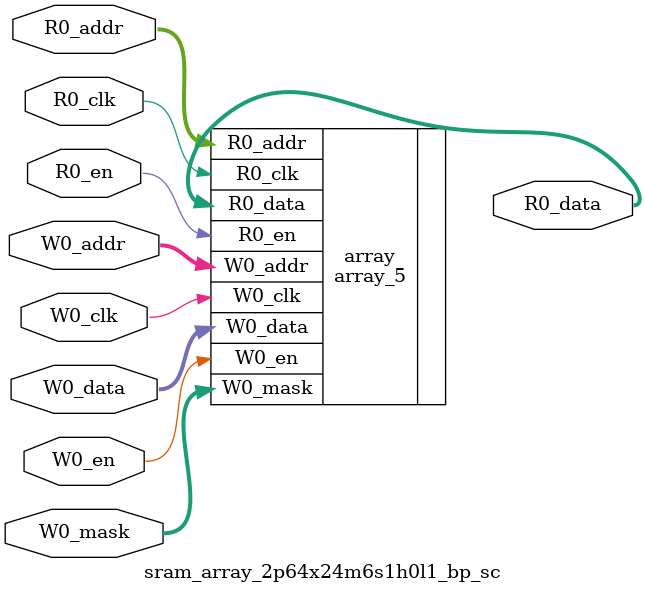
<source format=sv>
`ifndef RANDOMIZE
  `ifdef RANDOMIZE_MEM_INIT
    `define RANDOMIZE
  `endif // RANDOMIZE_MEM_INIT
`endif // not def RANDOMIZE
`ifndef RANDOMIZE
  `ifdef RANDOMIZE_REG_INIT
    `define RANDOMIZE
  `endif // RANDOMIZE_REG_INIT
`endif // not def RANDOMIZE

`ifndef RANDOM
  `define RANDOM $random
`endif // not def RANDOM

// Users can define INIT_RANDOM as general code that gets injected into the
// initializer block for modules with registers.
`ifndef INIT_RANDOM
  `define INIT_RANDOM
`endif // not def INIT_RANDOM

// If using random initialization, you can also define RANDOMIZE_DELAY to
// customize the delay used, otherwise 0.002 is used.
`ifndef RANDOMIZE_DELAY
  `define RANDOMIZE_DELAY 0.002
`endif // not def RANDOMIZE_DELAY

// Define INIT_RANDOM_PROLOG_ for use in our modules below.
`ifndef INIT_RANDOM_PROLOG_
  `ifdef RANDOMIZE
    `ifdef VERILATOR
      `define INIT_RANDOM_PROLOG_ `INIT_RANDOM
    `else  // VERILATOR
      `define INIT_RANDOM_PROLOG_ `INIT_RANDOM #`RANDOMIZE_DELAY begin end
    `endif // VERILATOR
  `else  // RANDOMIZE
    `define INIT_RANDOM_PROLOG_
  `endif // RANDOMIZE
`endif // not def INIT_RANDOM_PROLOG_

// Include register initializers in init blocks unless synthesis is set
`ifndef SYNTHESIS
  `ifndef ENABLE_INITIAL_REG_
    `define ENABLE_INITIAL_REG_
  `endif // not def ENABLE_INITIAL_REG_
`endif // not def SYNTHESIS

// Include rmemory initializers in init blocks unless synthesis is set
`ifndef SYNTHESIS
  `ifndef ENABLE_INITIAL_MEM_
    `define ENABLE_INITIAL_MEM_
  `endif // not def ENABLE_INITIAL_MEM_
`endif // not def SYNTHESIS

module sram_array_2p64x24m6s1h0l1_bp_sc(
  input         R0_clk,
  input  [5:0]  R0_addr,
  input         R0_en,
  output [23:0] R0_data,
  input         W0_clk,
  input  [5:0]  W0_addr,
  input         W0_en,
  input  [23:0] W0_data,
  input  [3:0]  W0_mask
);

  array_5 array (
    .R0_addr (R0_addr),
    .R0_en   (R0_en),
    .R0_clk  (R0_clk),
    .R0_data (R0_data),
    .W0_addr (W0_addr),
    .W0_en   (W0_en),
    .W0_clk  (W0_clk),
    .W0_data (W0_data),
    .W0_mask (W0_mask)
  );
endmodule


</source>
